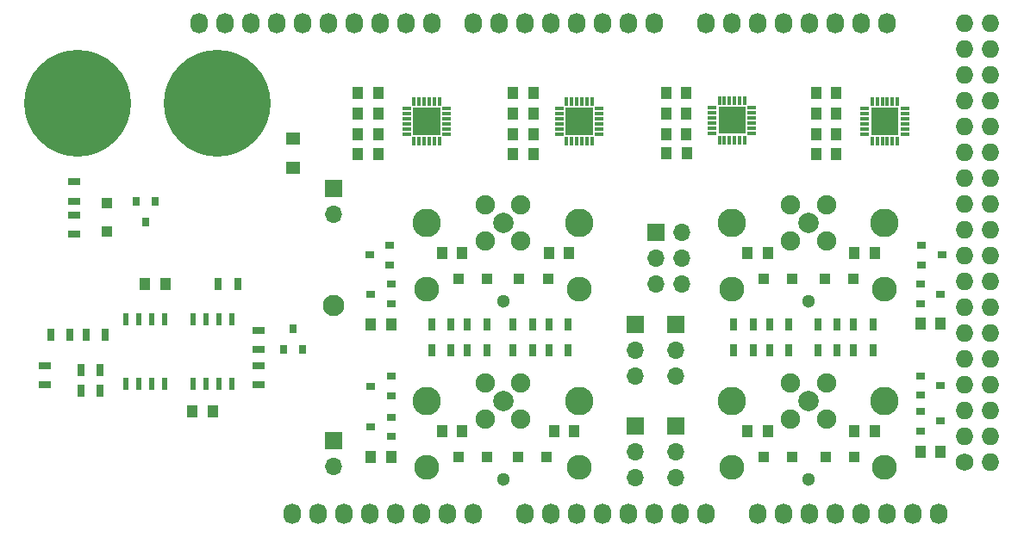
<source format=gbr>
G04 #@! TF.FileFunction,Soldermask,Bot*
%FSLAX46Y46*%
G04 Gerber Fmt 4.6, Leading zero omitted, Abs format (unit mm)*
G04 Created by KiCad (PCBNEW 4.0.7) date 12/07/17 00:39:05*
%MOMM*%
%LPD*%
G01*
G04 APERTURE LIST*
%ADD10C,0.100000*%
%ADD11O,1.900000X1.900000*%
%ADD12C,2.000000*%
%ADD13C,2.800000*%
%ADD14C,2.450000*%
%ADD15C,1.300000*%
%ADD16R,0.700000X1.300000*%
%ADD17O,1.727200X2.032000*%
%ADD18C,1.727200*%
%ADD19O,1.727200X1.727200*%
%ADD20R,1.700000X1.700000*%
%ADD21O,1.700000X1.700000*%
%ADD22R,1.000000X1.250000*%
%ADD23R,0.508000X1.143000*%
%ADD24R,1.300000X0.700000*%
%ADD25C,2.100000*%
%ADD26C,10.500000*%
%ADD27R,1.400000X1.300000*%
%ADD28R,1.100000X1.100000*%
%ADD29R,0.900000X0.800000*%
%ADD30R,0.800000X0.900000*%
%ADD31O,0.950000X0.400000*%
%ADD32R,0.950000X0.400000*%
%ADD33O,0.400000X0.950000*%
%ADD34R,0.400000X0.950000*%
%ADD35R,1.400000X1.400000*%
G04 APERTURE END LIST*
D10*
D11*
X180232234Y-88732234D03*
X183767766Y-88732234D03*
X183767766Y-92267766D03*
X180232234Y-92267766D03*
D12*
X182000000Y-90500000D03*
D13*
X189500000Y-90500000D03*
X174500000Y-90500000D03*
D14*
X189500000Y-97000000D03*
X174500000Y-97000000D03*
D15*
X182000000Y-98200000D03*
D16*
X178172250Y-100500000D03*
X180072250Y-100500000D03*
X174672250Y-103000000D03*
X176572250Y-103000000D03*
X174672250Y-100500000D03*
X176572250Y-100500000D03*
X178172250Y-103000000D03*
X180072250Y-103000000D03*
X184827750Y-103000000D03*
X182927750Y-103000000D03*
X188327750Y-100500000D03*
X186427750Y-100500000D03*
X188327750Y-103000000D03*
X186427750Y-103000000D03*
X184827750Y-100500000D03*
X182927750Y-100500000D03*
D11*
X150232234Y-88732234D03*
X153767766Y-88732234D03*
X153767766Y-92267766D03*
X150232234Y-92267766D03*
D12*
X152000000Y-90500000D03*
D13*
X159500000Y-90500000D03*
X144500000Y-90500000D03*
D14*
X159500000Y-97000000D03*
X144500000Y-97000000D03*
D15*
X152000000Y-98200000D03*
D17*
X154178000Y-119126000D03*
X156718000Y-119126000D03*
X159258000Y-119126000D03*
X161798000Y-119126000D03*
X164338000Y-119126000D03*
X166878000Y-119126000D03*
X169418000Y-119126000D03*
X171958000Y-119126000D03*
X177038000Y-119126000D03*
X179578000Y-119126000D03*
X182118000Y-119126000D03*
X184658000Y-119126000D03*
X187198000Y-119126000D03*
X189738000Y-119126000D03*
X192278000Y-119126000D03*
X194818000Y-119126000D03*
X149098000Y-70866000D03*
X151638000Y-70866000D03*
X154178000Y-70866000D03*
X156718000Y-70866000D03*
X159258000Y-70866000D03*
X161798000Y-70866000D03*
X164338000Y-70866000D03*
X166878000Y-70866000D03*
X171958000Y-70866000D03*
X174498000Y-70866000D03*
X177038000Y-70866000D03*
X179578000Y-70866000D03*
X182118000Y-70866000D03*
X184658000Y-70866000D03*
X187198000Y-70866000D03*
X189738000Y-70866000D03*
D18*
X197358000Y-114046000D03*
D19*
X199898000Y-114046000D03*
X197358000Y-111506000D03*
X199898000Y-111506000D03*
X197358000Y-108966000D03*
X199898000Y-108966000D03*
X197358000Y-106426000D03*
X199898000Y-106426000D03*
X197358000Y-103886000D03*
X199898000Y-103886000D03*
X197358000Y-101346000D03*
X199898000Y-101346000D03*
X197358000Y-98806000D03*
X199898000Y-98806000D03*
X197358000Y-96266000D03*
X199898000Y-96266000D03*
X197358000Y-93726000D03*
X199898000Y-93726000D03*
X197358000Y-91186000D03*
X199898000Y-91186000D03*
X197358000Y-88646000D03*
X199898000Y-88646000D03*
X197358000Y-86106000D03*
X199898000Y-86106000D03*
X197358000Y-83566000D03*
X199898000Y-83566000D03*
X197358000Y-81026000D03*
X199898000Y-81026000D03*
X197358000Y-78486000D03*
X199898000Y-78486000D03*
X197358000Y-75946000D03*
X199898000Y-75946000D03*
X197358000Y-73406000D03*
X199898000Y-73406000D03*
X197358000Y-70866000D03*
X199898000Y-70866000D03*
D20*
X165000000Y-100500000D03*
D21*
X165000000Y-103040000D03*
X165000000Y-105580000D03*
D16*
X148500000Y-103000000D03*
X150400000Y-103000000D03*
X144996000Y-100500000D03*
X146896000Y-100500000D03*
X148500000Y-100500000D03*
X150400000Y-100500000D03*
X144996000Y-102998000D03*
X146896000Y-102998000D03*
D20*
X167005000Y-91440000D03*
D21*
X169545000Y-91440000D03*
X167005000Y-93980000D03*
X169545000Y-93980000D03*
X167005000Y-96520000D03*
X169545000Y-96520000D03*
D22*
X139750000Y-83750000D03*
X137750000Y-83750000D03*
D23*
X114935000Y-106299000D03*
X116205000Y-106299000D03*
X117475000Y-106299000D03*
X118745000Y-106299000D03*
X118745000Y-99949000D03*
X117475000Y-99949000D03*
X116205000Y-99949000D03*
X114935000Y-99949000D03*
X125349000Y-99949000D03*
X124079000Y-99949000D03*
X122809000Y-99949000D03*
X121539000Y-99949000D03*
X121539000Y-106299000D03*
X122809000Y-106299000D03*
X124079000Y-106299000D03*
X125349000Y-106299000D03*
D22*
X116856000Y-96520000D03*
X118856000Y-96520000D03*
X123500000Y-109000000D03*
X121500000Y-109000000D03*
D16*
X110550000Y-107000000D03*
X112450000Y-107000000D03*
X110550000Y-105000000D03*
X112450000Y-105000000D03*
D24*
X128000000Y-101050000D03*
X128000000Y-102950000D03*
X128000000Y-104550000D03*
X128000000Y-106450000D03*
D16*
X125918000Y-96520000D03*
X124018000Y-96520000D03*
X109450000Y-101500000D03*
X107550000Y-101500000D03*
X112950000Y-101500000D03*
X111050000Y-101500000D03*
D17*
X122174000Y-70866000D03*
X124714000Y-70866000D03*
X127254000Y-70866000D03*
X129794000Y-70866000D03*
X132334000Y-70866000D03*
X134874000Y-70866000D03*
X137414000Y-70866000D03*
X139954000Y-70866000D03*
X142494000Y-70866000D03*
X145034000Y-70866000D03*
X131318000Y-119126000D03*
X133858000Y-119126000D03*
X136398000Y-119126000D03*
X138938000Y-119126000D03*
X141478000Y-119126000D03*
X144018000Y-119126000D03*
X146558000Y-119126000D03*
X149098000Y-119126000D03*
D25*
X135378000Y-98666000D03*
D24*
X107000000Y-104550000D03*
X107000000Y-106450000D03*
D26*
X110236000Y-78740000D03*
X123952000Y-78740000D03*
D22*
X139750000Y-81750000D03*
X137750000Y-81750000D03*
X139750000Y-79750000D03*
X137750000Y-79750000D03*
X139750000Y-77750000D03*
X137750000Y-77750000D03*
X146000000Y-93500000D03*
X148000000Y-93500000D03*
X156500000Y-93500000D03*
X158500000Y-93500000D03*
X141000000Y-100500000D03*
X139000000Y-100500000D03*
X170028000Y-83666000D03*
X168028000Y-83666000D03*
X170000000Y-81750000D03*
X168000000Y-81750000D03*
X170000000Y-79750000D03*
X168000000Y-79750000D03*
X155000000Y-77750000D03*
X153000000Y-77750000D03*
X146000000Y-111000000D03*
X148000000Y-111000000D03*
X157000000Y-111000000D03*
X159000000Y-111000000D03*
X141000000Y-113500000D03*
X139000000Y-113500000D03*
X154978000Y-83716000D03*
X152978000Y-83716000D03*
X155000000Y-81750000D03*
X153000000Y-81750000D03*
X155000000Y-79750000D03*
X153000000Y-79750000D03*
X170000000Y-77750000D03*
X168000000Y-77750000D03*
X176000000Y-93500000D03*
X178000000Y-93500000D03*
X186500000Y-93500000D03*
X188500000Y-93500000D03*
X193000000Y-100416000D03*
X195000000Y-100416000D03*
X184750000Y-83750000D03*
X182750000Y-83750000D03*
X184750000Y-81750000D03*
X182750000Y-81750000D03*
X184750000Y-79750000D03*
X182750000Y-79750000D03*
X184750000Y-77750000D03*
X182750000Y-77750000D03*
X176000000Y-111000000D03*
X178000000Y-111000000D03*
X186500000Y-111000000D03*
X188500000Y-111000000D03*
X193000000Y-113000000D03*
X195000000Y-113000000D03*
D27*
X131378000Y-85116000D03*
X131378000Y-82216000D03*
D28*
X113128000Y-88516000D03*
X113128000Y-91316000D03*
X147600000Y-96000000D03*
X150400000Y-96000000D03*
X153600000Y-96000000D03*
X156400000Y-96000000D03*
D29*
X140878000Y-92716000D03*
X140878000Y-94616000D03*
X138878000Y-93666000D03*
X141000000Y-96550000D03*
X141000000Y-98450000D03*
X139000000Y-97500000D03*
D28*
X147600000Y-113500000D03*
X150400000Y-113500000D03*
X153500000Y-113500000D03*
X156300000Y-113500000D03*
D29*
X141000000Y-105600000D03*
X141000000Y-107500000D03*
X139000000Y-106550000D03*
X141000000Y-109600000D03*
X141000000Y-111500000D03*
X139000000Y-110550000D03*
D28*
X177600000Y-96000000D03*
X180400000Y-96000000D03*
X183600000Y-96000000D03*
X186400000Y-96000000D03*
D29*
X193128000Y-94616000D03*
X193128000Y-92716000D03*
X195128000Y-93666000D03*
X193000000Y-98450000D03*
X193000000Y-96550000D03*
X195000000Y-97500000D03*
D28*
X177600000Y-113500000D03*
X180400000Y-113500000D03*
X183700000Y-113500000D03*
X186500000Y-113500000D03*
D29*
X193000000Y-107450000D03*
X193000000Y-105550000D03*
X195000000Y-106500000D03*
X193000000Y-110950000D03*
X193000000Y-109050000D03*
X195000000Y-110000000D03*
D11*
X150232234Y-106232234D03*
X153767766Y-106232234D03*
X153767766Y-109767766D03*
X150232234Y-109767766D03*
D12*
X152000000Y-108000000D03*
D13*
X159500000Y-108000000D03*
X144500000Y-108000000D03*
D14*
X159500000Y-114500000D03*
X144500000Y-114500000D03*
D15*
X152000000Y-115700000D03*
D20*
X165000000Y-110500000D03*
D21*
X165000000Y-113040000D03*
X165000000Y-115580000D03*
D20*
X169000000Y-100500000D03*
D21*
X169000000Y-103040000D03*
X169000000Y-105580000D03*
D11*
X180232234Y-106232234D03*
X183767766Y-106232234D03*
X183767766Y-109767766D03*
X180232234Y-109767766D03*
D12*
X182000000Y-108000000D03*
D13*
X189500000Y-108000000D03*
X174500000Y-108000000D03*
D14*
X189500000Y-114500000D03*
X174500000Y-114500000D03*
D15*
X182000000Y-115700000D03*
D20*
X169000000Y-110500000D03*
D21*
X169000000Y-113040000D03*
X169000000Y-115580000D03*
D30*
X115928000Y-88416000D03*
X117828000Y-88416000D03*
X116878000Y-90416000D03*
X132328000Y-102916000D03*
X130428000Y-102916000D03*
X131378000Y-100916000D03*
D24*
X109878000Y-86466000D03*
X109878000Y-88366000D03*
X109878000Y-91616000D03*
X109878000Y-89716000D03*
D16*
X158400000Y-100500000D03*
X156500000Y-100500000D03*
X154900000Y-100500000D03*
X153000000Y-100500000D03*
X158400000Y-103000000D03*
X156500000Y-103000000D03*
X154900000Y-103000000D03*
X153000000Y-103000000D03*
D31*
X142550000Y-81750000D03*
D32*
X142550000Y-81250000D03*
X142550000Y-80750000D03*
X142550000Y-80250000D03*
X142550000Y-79750000D03*
D31*
X142550000Y-79250000D03*
D33*
X143250000Y-78550000D03*
D34*
X143750000Y-78550000D03*
X144250000Y-78550000D03*
X144750000Y-78550000D03*
X145250000Y-78550000D03*
D33*
X145750000Y-78550000D03*
D31*
X146450000Y-79250000D03*
D32*
X146450000Y-79750000D03*
X146450000Y-80250000D03*
X146450000Y-80750000D03*
X146450000Y-81250000D03*
D31*
X146450000Y-81750000D03*
D33*
X145750000Y-82450000D03*
D34*
X145250000Y-82450000D03*
X144750000Y-82450000D03*
X144250000Y-82450000D03*
X143750000Y-82450000D03*
D33*
X143250000Y-82450000D03*
D35*
X145150000Y-79850000D03*
X145150000Y-81150000D03*
X143850000Y-79850000D03*
X143850000Y-81150000D03*
D31*
X157550000Y-81750000D03*
D32*
X157550000Y-81250000D03*
X157550000Y-80750000D03*
X157550000Y-80250000D03*
X157550000Y-79750000D03*
D31*
X157550000Y-79250000D03*
D33*
X158250000Y-78550000D03*
D34*
X158750000Y-78550000D03*
X159250000Y-78550000D03*
X159750000Y-78550000D03*
X160250000Y-78550000D03*
D33*
X160750000Y-78550000D03*
D31*
X161450000Y-79250000D03*
D32*
X161450000Y-79750000D03*
X161450000Y-80250000D03*
X161450000Y-80750000D03*
X161450000Y-81250000D03*
D31*
X161450000Y-81750000D03*
D33*
X160750000Y-82450000D03*
D34*
X160250000Y-82450000D03*
X159750000Y-82450000D03*
X159250000Y-82450000D03*
X158750000Y-82450000D03*
D33*
X158250000Y-82450000D03*
D35*
X160150000Y-79850000D03*
X160150000Y-81150000D03*
X158850000Y-79850000D03*
X158850000Y-81150000D03*
D31*
X172550000Y-81650000D03*
D32*
X172550000Y-81150000D03*
X172550000Y-80650000D03*
X172550000Y-80150000D03*
X172550000Y-79650000D03*
D31*
X172550000Y-79150000D03*
D33*
X173250000Y-78450000D03*
D34*
X173750000Y-78450000D03*
X174250000Y-78450000D03*
X174750000Y-78450000D03*
X175250000Y-78450000D03*
D33*
X175750000Y-78450000D03*
D31*
X176450000Y-79150000D03*
D32*
X176450000Y-79650000D03*
X176450000Y-80150000D03*
X176450000Y-80650000D03*
X176450000Y-81150000D03*
D31*
X176450000Y-81650000D03*
D33*
X175750000Y-82350000D03*
D34*
X175250000Y-82350000D03*
X174750000Y-82350000D03*
X174250000Y-82350000D03*
X173750000Y-82350000D03*
D33*
X173250000Y-82350000D03*
D35*
X175150000Y-79750000D03*
X175150000Y-81050000D03*
X173850000Y-79750000D03*
X173850000Y-81050000D03*
D31*
X187550000Y-81750000D03*
D32*
X187550000Y-81250000D03*
X187550000Y-80750000D03*
X187550000Y-80250000D03*
X187550000Y-79750000D03*
D31*
X187550000Y-79250000D03*
D33*
X188250000Y-78550000D03*
D34*
X188750000Y-78550000D03*
X189250000Y-78550000D03*
X189750000Y-78550000D03*
X190250000Y-78550000D03*
D33*
X190750000Y-78550000D03*
D31*
X191450000Y-79250000D03*
D32*
X191450000Y-79750000D03*
X191450000Y-80250000D03*
X191450000Y-80750000D03*
X191450000Y-81250000D03*
D31*
X191450000Y-81750000D03*
D33*
X190750000Y-82450000D03*
D34*
X190250000Y-82450000D03*
X189750000Y-82450000D03*
X189250000Y-82450000D03*
X188750000Y-82450000D03*
D33*
X188250000Y-82450000D03*
D35*
X190150000Y-79850000D03*
X190150000Y-81150000D03*
X188850000Y-79850000D03*
X188850000Y-81150000D03*
D20*
X135378000Y-111876000D03*
D21*
X135378000Y-114416000D03*
D20*
X135378000Y-87126000D03*
D21*
X135378000Y-89666000D03*
M02*

</source>
